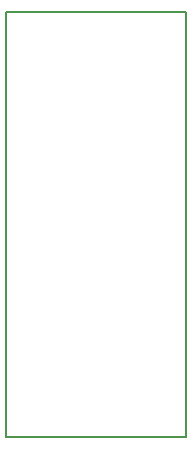
<source format=gm1>
G04 MADE WITH FRITZING*
G04 WWW.FRITZING.ORG*
G04 DOUBLE SIDED*
G04 HOLES PLATED*
G04 CONTOUR ON CENTER OF CONTOUR VECTOR*
%ASAXBY*%
%FSLAX23Y23*%
%MOIN*%
%OFA0B0*%
%SFA1.0B1.0*%
%ADD10R,0.608047X1.426100*%
%ADD11C,0.008000*%
%ADD10C,0.008*%
%LNCONTOUR*%
G90*
G70*
G54D10*
G54D11*
X4Y1422D02*
X604Y1422D01*
X604Y4D01*
X4Y4D01*
X4Y1422D01*
D02*
G04 End of contour*
M02*
</source>
